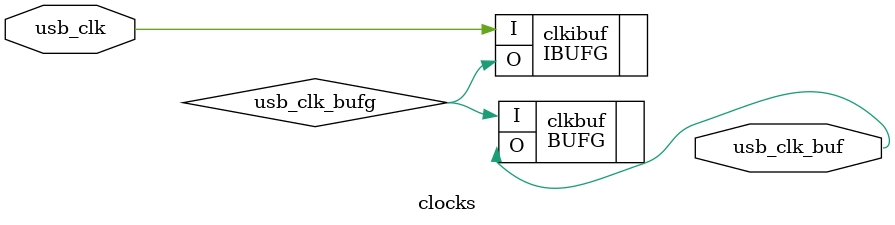
<source format=v>
/* 
ChipWhisperer Artix Target - Select input clocks and drive output clocks.

Copyright (c) 2020, NewAE Technology Inc.
All rights reserved.

Redistribution and use in source and binary forms, with or without
modification, are permitted without restriction. Note that modules within
the project may have additional restrictions, please carefully inspect
additional licenses.

THIS SOFTWARE IS PROVIDED BY THE COPYRIGHT HOLDERS AND CONTRIBUTORS "AS IS" AND
ANY EXPRESS OR IMPLIED WARRANTIES, INCLUDING, BUT NOT LIMITED TO, THE IMPLIED
WARRANTIES OF MERCHANTABILITY AND FITNESS FOR A PARTICULAR PURPOSE ARE
DISCLAIMED. IN NO EVENT SHALL THE COPYRIGHT OWNER OR CONTRIBUTORS BE LIABLE FOR
ANY DIRECT, INDIRECT, INCIDENTAL, SPECIAL, EXEMPLARY, OR CONSEQUENTIAL DAMAGES
(INCLUDING, BUT NOT LIMITED TO, PROCUREMENT OF SUBSTITUTE GOODS OR SERVICES;
LOSS OF USE, DATA, OR PROFITS; OR BUSINESS INTERRUPTION) HOWEVER CAUSED AND
ON ANY THEORY OF LIABILITY, WHETHER IN CONTRACT, STRICT LIABILITY, OR TORT
(INCLUDING NEGLIGENCE OR OTHERWISE) ARISING IN ANY WAY OUT OF THE USE OF THIS
SOFTWARE, EVEN IF ADVISED OF THE POSSIBILITY OF SUCH DAMAGE.

The views and conclusions contained in the software and documentation are those
of the authors and should not be interpreted as representing official policies,
either expressed or implied, of NewAE Technology Inc.
*/


`default_nettype none
`timescale 1ns / 1ns

module clocks (
    input  wire         usb_clk,
    output wire         usb_clk_buf
);
          
    wire usb_clk_bufg;

`ifdef __ICARUS__
    assign usb_clk_bufg = usb_clk;
    assign usb_clk_buf = usb_clk_bufg;

`else

    IBUFG clkibuf (
        .O(usb_clk_bufg),
        .I(usb_clk) 
    );
    BUFG clkbuf(
        .O(usb_clk_buf),
        .I(usb_clk_bufg)
    );

`endif


endmodule

`default_nettype wire

</source>
